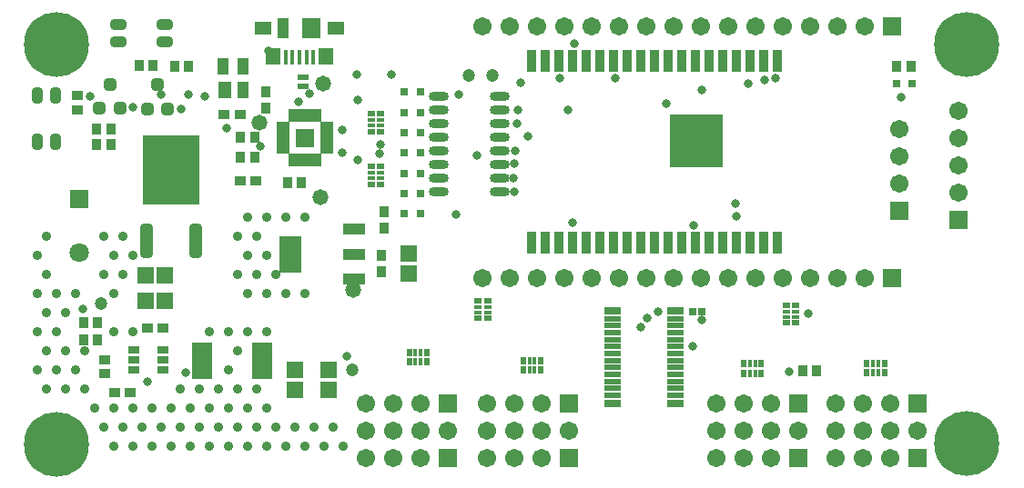
<source format=gts>
G04*
G04 #@! TF.GenerationSoftware,Altium Limited,Altium Designer,21.5.1 (32)*
G04*
G04 Layer_Color=8388736*
%FSLAX25Y25*%
%MOIN*%
G70*
G04*
G04 #@! TF.SameCoordinates,57825C85-18FE-47E2-A138-B6FF28981A54*
G04*
G04*
G04 #@! TF.FilePolarity,Negative*
G04*
G01*
G75*
G04:AMPARAMS|DCode=18|XSize=43.31mil|YSize=23.62mil|CornerRadius=2.01mil|HoleSize=0mil|Usage=FLASHONLY|Rotation=180.000|XOffset=0mil|YOffset=0mil|HoleType=Round|Shape=RoundedRectangle|*
%AMROUNDEDRECTD18*
21,1,0.04331,0.01961,0,0,180.0*
21,1,0.03929,0.02362,0,0,180.0*
1,1,0.00402,-0.01965,0.00980*
1,1,0.00402,0.01965,0.00980*
1,1,0.00402,0.01965,-0.00980*
1,1,0.00402,-0.01965,-0.00980*
%
%ADD18ROUNDEDRECTD18*%
%ADD25R,0.19685X0.19685*%
%ADD26R,0.03543X0.07874*%
%ADD27R,0.03963X0.03773*%
%ADD28R,0.03150X0.03150*%
%ADD30R,0.03773X0.03963*%
%ADD34R,0.06127X0.05924*%
%ADD43R,0.01772X0.05433*%
%ADD44R,0.05610X0.06102*%
%ADD45R,0.03937X0.07480*%
%ADD46R,0.07087X0.07480*%
%ADD47R,0.06496X0.05118*%
%ADD52R,0.05924X0.06127*%
%ADD53R,0.07284X0.13386*%
%ADD55C,0.04737*%
%ADD56R,0.03044X0.02414*%
%ADD57R,0.03044X0.01824*%
%ADD58R,0.02414X0.03044*%
%ADD59R,0.01824X0.03044*%
%ADD60R,0.03753X0.04147*%
%ADD61O,0.07296X0.03359*%
%ADD62R,0.06115X0.02375*%
%ADD63R,0.06115X0.03162*%
%ADD64R,0.02965X0.03162*%
G04:AMPARAMS|DCode=65|XSize=45.4mil|YSize=47.37mil|CornerRadius=13.35mil|HoleSize=0mil|Usage=FLASHONLY|Rotation=0.000|XOffset=0mil|YOffset=0mil|HoleType=Round|Shape=RoundedRectangle|*
%AMROUNDEDRECTD65*
21,1,0.04540,0.02067,0,0,0.0*
21,1,0.01870,0.04737,0,0,0.0*
1,1,0.02670,0.00935,-0.01034*
1,1,0.02670,-0.00935,-0.01034*
1,1,0.02670,-0.00935,0.01034*
1,1,0.02670,0.00935,0.01034*
%
%ADD65ROUNDEDRECTD65*%
%ADD66R,0.01981X0.04947*%
%ADD67R,0.04947X0.01981*%
%ADD68R,0.06800X0.06800*%
%ADD69R,0.04147X0.03753*%
G04:AMPARAMS|DCode=70|XSize=58mil|YSize=38mil|CornerRadius=11.5mil|HoleSize=0mil|Usage=FLASHONLY|Rotation=90.000|XOffset=0mil|YOffset=0mil|HoleType=Round|Shape=RoundedRectangle|*
%AMROUNDEDRECTD70*
21,1,0.05800,0.01500,0,0,90.0*
21,1,0.03500,0.03800,0,0,90.0*
1,1,0.02300,0.00750,0.01750*
1,1,0.02300,0.00750,-0.01750*
1,1,0.02300,-0.00750,-0.01750*
1,1,0.02300,-0.00750,0.01750*
%
%ADD70ROUNDEDRECTD70*%
G04:AMPARAMS|DCode=71|XSize=58mil|YSize=38mil|CornerRadius=11.5mil|HoleSize=0mil|Usage=FLASHONLY|Rotation=0.000|XOffset=0mil|YOffset=0mil|HoleType=Round|Shape=RoundedRectangle|*
%AMROUNDEDRECTD71*
21,1,0.05800,0.01500,0,0,0.0*
21,1,0.03500,0.03800,0,0,0.0*
1,1,0.02300,0.01750,-0.00750*
1,1,0.02300,-0.01750,-0.00750*
1,1,0.02300,-0.01750,0.00750*
1,1,0.02300,0.01750,0.00750*
%
%ADD71ROUNDEDRECTD71*%
%ADD72R,0.01981X0.01981*%
%ADD73R,0.05131X0.06312*%
%ADD74R,0.04343X0.06312*%
%ADD75R,0.08280X0.13398*%
%ADD76R,0.08280X0.04343*%
G04:AMPARAMS|DCode=77|XSize=126.9mil|YSize=46.19mil|CornerRadius=13.55mil|HoleSize=0mil|Usage=FLASHONLY|Rotation=270.000|XOffset=0mil|YOffset=0mil|HoleType=Round|Shape=RoundedRectangle|*
%AMROUNDEDRECTD77*
21,1,0.12690,0.01909,0,0,270.0*
21,1,0.09980,0.04619,0,0,270.0*
1,1,0.02709,-0.00955,-0.04990*
1,1,0.02709,-0.00955,0.04990*
1,1,0.02709,0.00955,0.04990*
1,1,0.02709,0.00955,-0.04990*
%
%ADD77ROUNDEDRECTD77*%
%ADD78R,0.20839X0.25682*%
%ADD79C,0.06706*%
%ADD80R,0.06706X0.06706*%
%ADD81R,0.06706X0.06706*%
%ADD82R,0.07099X0.07099*%
%ADD83C,0.07099*%
%ADD84C,0.23800*%
%ADD85C,0.03600*%
%ADD86C,0.03200*%
%ADD87C,0.05800*%
D18*
X44638Y41835D02*
D03*
Y45575D02*
D03*
Y49315D02*
D03*
X55268D02*
D03*
Y45575D02*
D03*
Y41835D02*
D03*
D25*
X250827Y125768D02*
D03*
D26*
X280354Y88366D02*
D03*
X275354D02*
D03*
X270354D02*
D03*
X265354D02*
D03*
X260354D02*
D03*
X255354D02*
D03*
X250354D02*
D03*
X245354D02*
D03*
X240354D02*
D03*
X235354D02*
D03*
X230354D02*
D03*
X225354D02*
D03*
X220354D02*
D03*
X215354D02*
D03*
X210354D02*
D03*
X205354D02*
D03*
X200354D02*
D03*
X195354D02*
D03*
X190354D02*
D03*
Y155295D02*
D03*
X195354D02*
D03*
X200354D02*
D03*
X205354D02*
D03*
X210354D02*
D03*
X215354D02*
D03*
X220354D02*
D03*
X225354D02*
D03*
X230354D02*
D03*
X235354D02*
D03*
X240354D02*
D03*
X245354D02*
D03*
X250354D02*
D03*
X255354D02*
D03*
X260354D02*
D03*
X265354D02*
D03*
X270354D02*
D03*
X275354D02*
D03*
X280354D02*
D03*
D27*
X37690Y33366D02*
D03*
X43406D02*
D03*
X83566Y135531D02*
D03*
X77851D02*
D03*
X89472Y111221D02*
D03*
X83757D02*
D03*
X55376Y57315D02*
D03*
X49660D02*
D03*
D28*
X323917Y146752D02*
D03*
X329823D02*
D03*
X143799Y121407D02*
D03*
X149705D02*
D03*
X143799Y113976D02*
D03*
X149705D02*
D03*
X143799Y143700D02*
D03*
X149705D02*
D03*
X143799Y136269D02*
D03*
X149705D02*
D03*
X143799Y128838D02*
D03*
X149705D02*
D03*
X143799Y99114D02*
D03*
X149705D02*
D03*
X143799Y106545D02*
D03*
X149705D02*
D03*
D30*
X136268Y93957D02*
D03*
Y99673D02*
D03*
X93110Y137989D02*
D03*
Y143704D02*
D03*
X135268Y83673D02*
D03*
Y77957D02*
D03*
D34*
X145268Y84361D02*
D03*
Y77269D02*
D03*
X103764Y34590D02*
D03*
Y41682D02*
D03*
X115945Y34643D02*
D03*
Y41735D02*
D03*
D43*
X100224Y156551D02*
D03*
X102784D02*
D03*
X105342D02*
D03*
X107902D02*
D03*
X110461D02*
D03*
D44*
X95549Y156886D02*
D03*
X115136D02*
D03*
D45*
X99240Y167024D02*
D03*
D46*
X109870D02*
D03*
D47*
X92055D02*
D03*
X118630D02*
D03*
D52*
X56064Y76477D02*
D03*
X48972D02*
D03*
X56064Y67013D02*
D03*
X48972D02*
D03*
D53*
X69842Y45315D02*
D03*
X91693D02*
D03*
D55*
X124768Y41815D02*
D03*
X167224Y149803D02*
D03*
X175984D02*
D03*
X32768Y66315D02*
D03*
D56*
X134961Y116437D02*
D03*
X131575D02*
D03*
X134961Y109941D02*
D03*
X131575D02*
D03*
X134961Y135827D02*
D03*
X131575D02*
D03*
X134961Y129331D02*
D03*
X131575D02*
D03*
X174252Y67224D02*
D03*
X170866D02*
D03*
X174252Y60728D02*
D03*
X170866D02*
D03*
X283760Y59055D02*
D03*
X287146D02*
D03*
X283760Y65551D02*
D03*
X287146D02*
D03*
D57*
X134961Y114173D02*
D03*
Y112205D02*
D03*
X131575Y114173D02*
D03*
Y112205D02*
D03*
X134961Y133563D02*
D03*
Y131595D02*
D03*
X131575Y133563D02*
D03*
Y131595D02*
D03*
X174252Y64961D02*
D03*
Y62992D02*
D03*
X170866Y64961D02*
D03*
Y62992D02*
D03*
X283760Y61319D02*
D03*
Y63287D02*
D03*
X287146Y61319D02*
D03*
Y63287D02*
D03*
D58*
X313091Y44114D02*
D03*
Y40728D02*
D03*
X319587Y44114D02*
D03*
Y40728D02*
D03*
X187303Y45295D02*
D03*
Y41909D02*
D03*
X193799Y45295D02*
D03*
Y41909D02*
D03*
X268012Y44035D02*
D03*
Y40650D02*
D03*
X274508Y44035D02*
D03*
Y40650D02*
D03*
X145571Y48228D02*
D03*
Y44842D02*
D03*
X152067Y48228D02*
D03*
Y44842D02*
D03*
D59*
X315354Y44114D02*
D03*
X317323D02*
D03*
X315354Y40728D02*
D03*
X317323D02*
D03*
X189567Y45295D02*
D03*
X191535D02*
D03*
X189567Y41909D02*
D03*
X191535D02*
D03*
X270276Y44035D02*
D03*
X272244D02*
D03*
X270276Y40650D02*
D03*
X272244D02*
D03*
X147835Y48228D02*
D03*
X149803D02*
D03*
X147835Y44842D02*
D03*
X149803D02*
D03*
D60*
X329232Y153051D02*
D03*
X324114D02*
D03*
X64665Y153248D02*
D03*
X59547D02*
D03*
X31327Y52815D02*
D03*
X26209D02*
D03*
X289665Y41339D02*
D03*
X294783D02*
D03*
X36220Y124409D02*
D03*
X31102D02*
D03*
X31201Y130118D02*
D03*
X36319D02*
D03*
X51673Y153347D02*
D03*
X46555D02*
D03*
X88976Y127264D02*
D03*
X83858D02*
D03*
X101083Y110433D02*
D03*
X106201D02*
D03*
X88976Y119685D02*
D03*
X83858D02*
D03*
X26209Y59315D02*
D03*
X31327D02*
D03*
D61*
X156299Y142303D02*
D03*
Y137303D02*
D03*
Y132303D02*
D03*
Y127303D02*
D03*
Y122303D02*
D03*
Y117303D02*
D03*
Y112303D02*
D03*
Y107303D02*
D03*
X178543Y142303D02*
D03*
Y137303D02*
D03*
Y132303D02*
D03*
Y127303D02*
D03*
Y122303D02*
D03*
Y117303D02*
D03*
Y112303D02*
D03*
Y107303D02*
D03*
D62*
X243012Y55512D02*
D03*
Y58071D02*
D03*
Y60630D02*
D03*
Y52953D02*
D03*
Y50394D02*
D03*
X219980D02*
D03*
Y52953D02*
D03*
Y60630D02*
D03*
Y58071D02*
D03*
Y55512D02*
D03*
Y47835D02*
D03*
Y45276D02*
D03*
Y42717D02*
D03*
Y40157D02*
D03*
Y32480D02*
D03*
Y35039D02*
D03*
Y37598D02*
D03*
X243012D02*
D03*
Y35039D02*
D03*
Y32480D02*
D03*
Y40157D02*
D03*
Y42717D02*
D03*
Y45276D02*
D03*
Y47835D02*
D03*
D63*
X219980Y63583D02*
D03*
Y29528D02*
D03*
X243012D02*
D03*
Y63583D02*
D03*
D64*
X249508Y63189D02*
D03*
X252854D02*
D03*
D65*
X32185Y137697D02*
D03*
X39665Y137697D02*
D03*
X35925Y146555D02*
D03*
X49606Y137598D02*
D03*
X57087Y137598D02*
D03*
X53347Y146457D02*
D03*
D66*
X112311Y118897D02*
D03*
Y135051D02*
D03*
X110343D02*
D03*
X108374D02*
D03*
X106405D02*
D03*
X104437D02*
D03*
X102469D02*
D03*
Y118897D02*
D03*
X104437D02*
D03*
X106405D02*
D03*
X108374D02*
D03*
X110343D02*
D03*
D67*
X99313Y131895D02*
D03*
Y129927D02*
D03*
Y127958D02*
D03*
Y125990D02*
D03*
Y124021D02*
D03*
Y122053D02*
D03*
X115467Y124021D02*
D03*
Y125990D02*
D03*
Y127958D02*
D03*
Y129927D02*
D03*
Y131895D02*
D03*
Y122053D02*
D03*
D68*
X107390Y126974D02*
D03*
D69*
X24016Y137303D02*
D03*
Y142421D02*
D03*
X34055Y45571D02*
D03*
Y40453D02*
D03*
D70*
X9497Y142457D02*
D03*
Y125457D02*
D03*
X15897Y142457D02*
D03*
Y125457D02*
D03*
D71*
X55878Y168408D02*
D03*
X38878D02*
D03*
X55878Y162008D02*
D03*
X38878D02*
D03*
D72*
X107827Y149323D02*
D03*
X105858D02*
D03*
X107827Y145780D02*
D03*
X105858D02*
D03*
D73*
X78051Y144587D02*
D03*
D74*
X84744D02*
D03*
Y153248D02*
D03*
X77264D02*
D03*
D75*
X102154Y84315D02*
D03*
D76*
X125382Y93370D02*
D03*
Y84315D02*
D03*
Y75260D02*
D03*
D77*
X49268Y89315D02*
D03*
X67268D02*
D03*
D78*
X58268Y115024D02*
D03*
D79*
X301824Y19610D02*
D03*
Y29610D02*
D03*
X311824Y19610D02*
D03*
Y29610D02*
D03*
X321824Y19610D02*
D03*
Y29610D02*
D03*
X331824Y19610D02*
D03*
X258007D02*
D03*
Y29610D02*
D03*
X268007Y19610D02*
D03*
Y29610D02*
D03*
X278007Y19610D02*
D03*
Y29610D02*
D03*
X288007Y19610D02*
D03*
X174191D02*
D03*
Y29610D02*
D03*
X184191Y19610D02*
D03*
Y29610D02*
D03*
X194191Y19610D02*
D03*
Y29610D02*
D03*
X204191Y19610D02*
D03*
X129610D02*
D03*
Y29610D02*
D03*
X139610Y19610D02*
D03*
Y29610D02*
D03*
X149610Y19610D02*
D03*
Y29610D02*
D03*
X159610Y19610D02*
D03*
X324902Y130276D02*
D03*
Y120276D02*
D03*
Y110276D02*
D03*
X346555Y136870D02*
D03*
Y126870D02*
D03*
Y116870D02*
D03*
Y106870D02*
D03*
X312244Y167913D02*
D03*
X302244D02*
D03*
X292244D02*
D03*
X282244D02*
D03*
X272244D02*
D03*
X262244D02*
D03*
X252244D02*
D03*
X242244D02*
D03*
X232244D02*
D03*
X222244D02*
D03*
X212244D02*
D03*
X202244D02*
D03*
X192244D02*
D03*
X182244D02*
D03*
X172244D02*
D03*
X312244Y75394D02*
D03*
X302244D02*
D03*
X292244D02*
D03*
X282244D02*
D03*
X272244D02*
D03*
X262244D02*
D03*
X252244D02*
D03*
X242244D02*
D03*
X232244D02*
D03*
X222244D02*
D03*
X212244D02*
D03*
X202244D02*
D03*
X192244D02*
D03*
X182244D02*
D03*
X172244D02*
D03*
X301824Y9610D02*
D03*
X311824D02*
D03*
X321824D02*
D03*
X258007D02*
D03*
X268007D02*
D03*
X278007D02*
D03*
X174191D02*
D03*
X184191D02*
D03*
X194191D02*
D03*
X149610D02*
D03*
X139610D02*
D03*
X129610D02*
D03*
D80*
X331824Y29610D02*
D03*
X288007D02*
D03*
X204191D02*
D03*
X159610D02*
D03*
X322244Y167913D02*
D03*
Y75394D02*
D03*
X331824Y9610D02*
D03*
X288007D02*
D03*
X204191D02*
D03*
X159610D02*
D03*
D81*
X324902Y100276D02*
D03*
X346555Y96870D02*
D03*
D82*
X24768Y104500D02*
D03*
D83*
Y84815D02*
D03*
D84*
X349803Y14862D02*
D03*
X16535Y161319D02*
D03*
X349606Y161221D02*
D03*
X16535Y14665D02*
D03*
D85*
X343406Y20866D02*
D03*
X356004D02*
D03*
X349803Y23720D02*
D03*
X356126Y8153D02*
D03*
X343528Y8547D02*
D03*
X349925Y5988D02*
D03*
X358784Y14846D02*
D03*
X340945Y14961D02*
D03*
X121268Y13815D02*
D03*
X117768Y20815D02*
D03*
X114268Y13815D02*
D03*
X107268Y97815D02*
D03*
Y69815D02*
D03*
X110768Y20815D02*
D03*
X107268Y13815D02*
D03*
X100268Y97815D02*
D03*
Y69815D02*
D03*
X103768Y20815D02*
D03*
X100268Y13815D02*
D03*
X93268Y97815D02*
D03*
Y83815D02*
D03*
X96768Y76815D02*
D03*
X93268Y69815D02*
D03*
Y55815D02*
D03*
Y27815D02*
D03*
X96768Y20815D02*
D03*
X93268Y13815D02*
D03*
X86268Y97815D02*
D03*
X89768Y90815D02*
D03*
X86268Y83815D02*
D03*
X89768Y76815D02*
D03*
X86268Y69815D02*
D03*
Y55815D02*
D03*
X89768Y34815D02*
D03*
X86268Y27815D02*
D03*
X89768Y20815D02*
D03*
X86268Y13815D02*
D03*
X82768Y90815D02*
D03*
Y76815D02*
D03*
X79268Y55815D02*
D03*
X82768Y48815D02*
D03*
X79268Y41815D02*
D03*
X82768Y34815D02*
D03*
X79268Y27815D02*
D03*
X82768Y20815D02*
D03*
X79268Y13815D02*
D03*
X72268Y55815D02*
D03*
X75768Y34815D02*
D03*
X72268Y27815D02*
D03*
X75768Y20815D02*
D03*
X72268Y13815D02*
D03*
X68768Y34815D02*
D03*
X65268Y27815D02*
D03*
X68768Y20815D02*
D03*
X65268Y13815D02*
D03*
X61768Y34815D02*
D03*
X58268Y27815D02*
D03*
X61768Y20815D02*
D03*
X58268Y13815D02*
D03*
X51268Y27815D02*
D03*
X54768Y20815D02*
D03*
X51268Y13815D02*
D03*
X44268Y83815D02*
D03*
Y55815D02*
D03*
Y27815D02*
D03*
X47768Y20815D02*
D03*
X44268Y13815D02*
D03*
X40768Y90815D02*
D03*
X37268Y83815D02*
D03*
X40768Y76815D02*
D03*
X37268Y69815D02*
D03*
Y55815D02*
D03*
Y27815D02*
D03*
X40768Y20815D02*
D03*
X37268Y13815D02*
D03*
X33768Y90815D02*
D03*
Y76815D02*
D03*
X30268Y27815D02*
D03*
X33768Y20815D02*
D03*
X23268Y69815D02*
D03*
X26768Y48815D02*
D03*
X23268Y41815D02*
D03*
X26768Y34815D02*
D03*
X16268Y69815D02*
D03*
X19768Y62815D02*
D03*
X16268Y55815D02*
D03*
X19768Y48815D02*
D03*
X16268Y41815D02*
D03*
X19768Y34815D02*
D03*
X12768Y90815D02*
D03*
X9268Y83815D02*
D03*
X12768Y76815D02*
D03*
X9268Y69815D02*
D03*
X12768Y62815D02*
D03*
X9268Y55815D02*
D03*
X12768Y48815D02*
D03*
X9268Y41815D02*
D03*
X12768Y34815D02*
D03*
X10335Y154823D02*
D03*
X22343Y154626D02*
D03*
X358563Y161122D02*
D03*
X340354Y161024D02*
D03*
X349508Y170079D02*
D03*
X356299Y155413D02*
D03*
X342913D02*
D03*
X349508Y152362D02*
D03*
X356299Y167421D02*
D03*
X343110D02*
D03*
X7579Y14764D02*
D03*
X9843Y20472D02*
D03*
Y8465D02*
D03*
X23228Y20472D02*
D03*
X25787Y14862D02*
D03*
X23031Y8465D02*
D03*
X16634Y5807D02*
D03*
X16634Y23524D02*
D03*
X16634Y170276D02*
D03*
X25394Y161221D02*
D03*
X22343Y168012D02*
D03*
X16732Y152067D02*
D03*
X10335Y168012D02*
D03*
X7677Y161221D02*
D03*
D86*
X232677Y60925D02*
D03*
X236849Y63081D02*
D03*
X26181Y64272D02*
D03*
X284842Y41142D02*
D03*
X91099Y123910D02*
D03*
X205906Y161516D02*
D03*
X200689Y148721D02*
D03*
X28740Y142028D02*
D03*
X249803Y94980D02*
D03*
X269730Y146713D02*
D03*
X221063Y148721D02*
D03*
X186346Y147151D02*
D03*
X185433Y137303D02*
D03*
X170276Y120472D02*
D03*
X121161Y121457D02*
D03*
X54626Y142913D02*
D03*
X279626Y148819D02*
D03*
X258319Y132724D02*
D03*
X252854Y60039D02*
D03*
X230217Y57579D02*
D03*
X108957Y143209D02*
D03*
X104921Y140157D02*
D03*
X325590Y141929D02*
D03*
X243996Y132579D02*
D03*
X250827Y132992D02*
D03*
X93996Y158760D02*
D03*
X78740Y130512D02*
D03*
X93012Y143602D02*
D03*
X78051Y144587D02*
D03*
X275787Y148327D02*
D03*
X126575Y118996D02*
D03*
X126673Y140945D02*
D03*
X134941Y124508D02*
D03*
X134646Y121161D02*
D03*
X163669Y142749D02*
D03*
X162598Y98917D02*
D03*
X121063Y129921D02*
D03*
X126476Y150295D02*
D03*
X139173D02*
D03*
X44291Y138287D02*
D03*
X239665Y139370D02*
D03*
X184941Y132283D02*
D03*
X265158Y102756D02*
D03*
X265354Y98327D02*
D03*
X252854Y144587D02*
D03*
X203543Y137008D02*
D03*
X189081Y127458D02*
D03*
X184449Y122047D02*
D03*
X205413Y95866D02*
D03*
X183974Y117463D02*
D03*
X184032Y107033D02*
D03*
X183858Y112008D02*
D03*
X64567Y142815D02*
D03*
X70866Y142224D02*
D03*
X291831Y62598D02*
D03*
X249311Y50492D02*
D03*
X122768Y46815D02*
D03*
X107283Y126870D02*
D03*
X62096Y137560D02*
D03*
X49803Y37598D02*
D03*
X63768Y40815D02*
D03*
D87*
X113976Y146695D02*
D03*
X112992Y105020D02*
D03*
X125000Y71161D02*
D03*
X90847Y132480D02*
D03*
M02*

</source>
